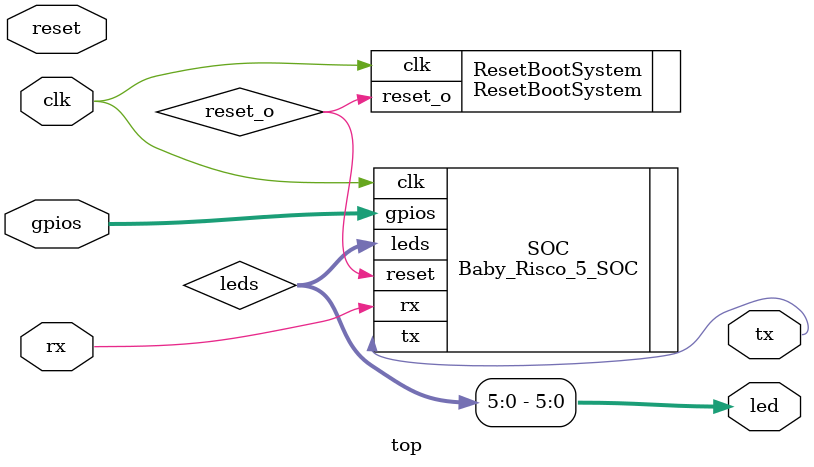
<source format=v>
module top (
    input wire clk,
    input wire reset,
    input wire rx,
    output wire tx,
    output wire [5:0] led,
    inout [4:0]gpios
);

wire reset_o;
wire [7:0] leds;

ResetBootSystem #(
    .CYCLES(20)
) ResetBootSystem(
    .clk(clk),
    .reset_o(reset_o)
);

assign led = leds [5:0];

Baby_Risco_5_SOC #(
    .CLOCK_FREQ(27000000),
    .BIT_RATE(115200),
    .MEMORY_SIZE(2048),
    .MEMORY_FILE("../../software/memory/teste_uart_fpga.hex"),
    .GPIO_WIDHT(5),
    .UART_BUFFER_SIZE(16)
) SOC(
    .clk(clk),
    .reset(reset_o),
    .leds(leds),
    .rx(rx),
    .tx(tx),
    .gpios(gpios)
);

endmodule

</source>
